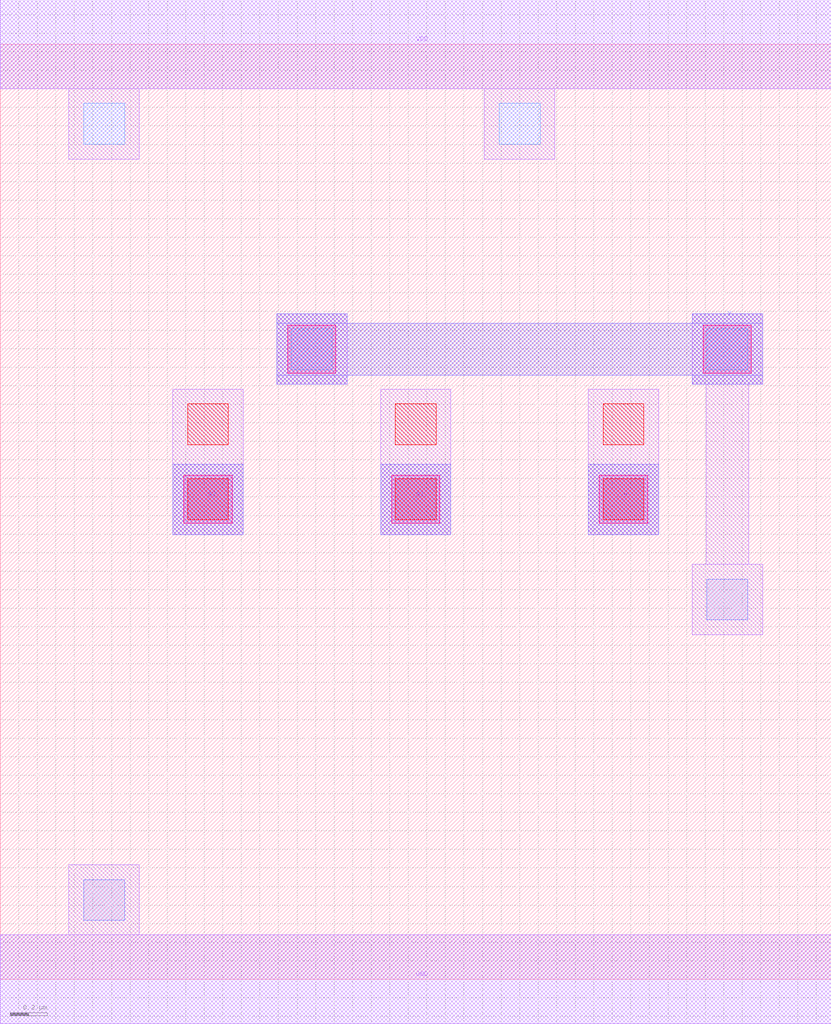
<source format=lef>
MACRO NAND3
 CLASS CORE ;
 FOREIGN NAND3 0 0 ;
 SIZE 4.48 BY 5.04 ;
 ORIGIN 0 0 ;
 SYMMETRY X Y R90 ;
 SITE unit ;
  PIN VDD
   DIRECTION INOUT ;
   USE POWER ;
   SHAPE ABUTMENT ;
    PORT
     CLASS CORE ;
       LAYER met1 ;
        RECT 0.00000000 4.80000000 4.48000000 5.28000000 ;
    END
  END VDD

  PIN GND
   DIRECTION INOUT ;
   USE POWER ;
   SHAPE ABUTMENT ;
    PORT
     CLASS CORE ;
       LAYER met1 ;
        RECT 0.00000000 -0.24000000 4.48000000 0.24000000 ;
    END
  END GND

  PIN Y
   DIRECTION INOUT ;
   USE SIGNAL ;
   SHAPE ABUTMENT ;
    PORT
     CLASS CORE ;
       LAYER met2 ;
        RECT 1.49000000 3.20700000 1.87000000 3.25700000 ;
        RECT 3.73000000 3.20700000 4.11000000 3.25700000 ;
        RECT 1.49000000 3.25700000 4.11000000 3.53700000 ;
        RECT 1.49000000 3.53700000 1.87000000 3.58700000 ;
        RECT 3.73000000 3.53700000 4.11000000 3.58700000 ;
    END
  END Y

  PIN A1
   DIRECTION INOUT ;
   USE SIGNAL ;
   SHAPE ABUTMENT ;
    PORT
     CLASS CORE ;
       LAYER met2 ;
        RECT 2.05000000 2.39700000 2.43000000 2.77700000 ;
    END
  END A1

  PIN A2
   DIRECTION INOUT ;
   USE SIGNAL ;
   SHAPE ABUTMENT ;
    PORT
     CLASS CORE ;
       LAYER met2 ;
        RECT 0.93000000 2.39700000 1.31000000 2.77700000 ;
    END
  END A2

  PIN A
   DIRECTION INOUT ;
   USE SIGNAL ;
   SHAPE ABUTMENT ;
    PORT
     CLASS CORE ;
       LAYER met2 ;
        RECT 3.17000000 2.39700000 3.55000000 2.77700000 ;
    END
  END A

 OBS
    LAYER polycont ;
     RECT 1.01000000 2.47700000 1.23000000 2.69700000 ;
     RECT 2.13000000 2.47700000 2.35000000 2.69700000 ;
     RECT 3.25000000 2.47700000 3.47000000 2.69700000 ;
     RECT 1.01000000 2.88200000 1.23000000 3.10200000 ;
     RECT 2.13000000 2.88200000 2.35000000 3.10200000 ;
     RECT 3.25000000 2.88200000 3.47000000 3.10200000 ;

    LAYER pdiffc ;
     RECT 1.57000000 3.28700000 1.79000000 3.50700000 ;
     RECT 3.81000000 3.28700000 4.03000000 3.50700000 ;
     RECT 0.45000000 4.50200000 0.67000000 4.72200000 ;
     RECT 2.69000000 4.50200000 2.91000000 4.72200000 ;

    LAYER ndiffc ;
     RECT 0.45000000 0.31700000 0.67000000 0.53700000 ;
     RECT 3.81000000 1.93700000 4.03000000 2.15700000 ;

    LAYER met1 ;
     RECT 0.00000000 -0.24000000 4.48000000 0.24000000 ;
     RECT 0.37000000 0.24000000 0.75000000 0.61700000 ;
     RECT 0.93000000 2.39700000 1.31000000 3.18200000 ;
     RECT 2.05000000 2.39700000 2.43000000 3.18200000 ;
     RECT 3.17000000 2.39700000 3.55000000 3.18200000 ;
     RECT 1.49000000 3.20700000 1.87000000 3.58700000 ;
     RECT 3.73000000 1.85700000 4.11000000 2.23700000 ;
     RECT 3.80500000 2.23700000 4.03500000 3.20700000 ;
     RECT 3.73000000 3.20700000 4.11000000 3.58700000 ;
     RECT 0.37000000 4.42200000 0.75000000 4.80000000 ;
     RECT 2.61000000 4.42200000 2.99000000 4.80000000 ;
     RECT 0.00000000 4.80000000 4.48000000 5.28000000 ;

    LAYER via1 ;
     RECT 0.99000000 2.45700000 1.25000000 2.71700000 ;
     RECT 2.11000000 2.45700000 2.37000000 2.71700000 ;
     RECT 3.23000000 2.45700000 3.49000000 2.71700000 ;
     RECT 1.55000000 3.26700000 1.81000000 3.52700000 ;
     RECT 3.79000000 3.26700000 4.05000000 3.52700000 ;

    LAYER met2 ;
     RECT 0.93000000 2.39700000 1.31000000 2.77700000 ;
     RECT 2.05000000 2.39700000 2.43000000 2.77700000 ;
     RECT 3.17000000 2.39700000 3.55000000 2.77700000 ;
     RECT 1.49000000 3.20700000 1.87000000 3.25700000 ;
     RECT 3.73000000 3.20700000 4.11000000 3.25700000 ;
     RECT 1.49000000 3.25700000 4.11000000 3.53700000 ;
     RECT 1.49000000 3.53700000 1.87000000 3.58700000 ;
     RECT 3.73000000 3.53700000 4.11000000 3.58700000 ;

 END
END NAND3

</source>
